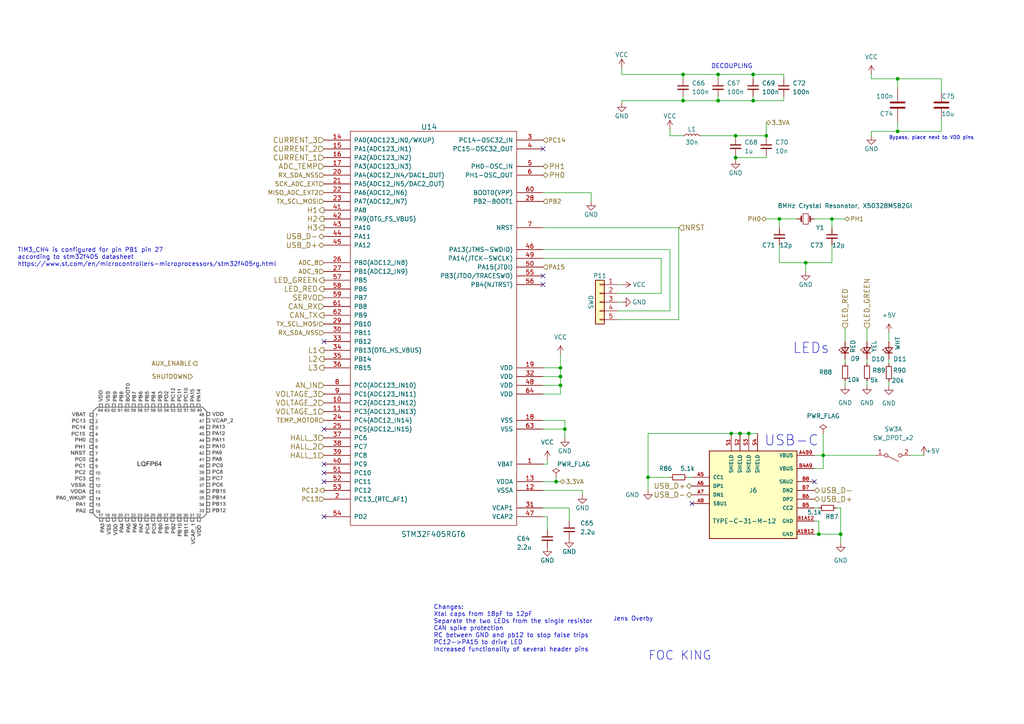
<source format=kicad_sch>
(kicad_sch (version 20230121) (generator eeschema)
  (paper "A4")
  (lib_symbols
    (symbol "BLDC_4-rescue:C-RESCUE-BLDC_4" (pin_numbers hide) (pin_names (offset 0.254))
      (property "Reference" "C" (at 0 2.54 0))
      (property "Value" "C-RESCUE-BLDC_4" (at 0.1524 -2.159 0))
      (symbol "C-RESCUE-BLDC_4_1_1"
        (pin passive line (at 0 5.08 270) (length 4.318) (name "~") (number "1"))
        (pin passive line (at 0 -5.08 90) (length 4.318) (name "~") (number "2"))
      )
    )
    (symbol "BLDC_4-rescue:STM32F40X_LQFP64" (pin_names (offset 1.016))
      (property "Reference" "U" (at -1.27 58.42 0))
      (property "Value" "STM32F40X_LQFP64" (at 0 -59.69 0))
      (symbol "STM32F40X_LQFP64_1_1"
        (pin power_in line (at 31.75 -39.37 180) (length 7.62) (name "VBAT") (number "1"))
        (pin bidirectional line (at -31.75 -21.59 0) (length 7.62) (name "PC2(ADC123_IN12)") (number "10"))
        (pin bidirectional line (at -31.75 -24.13 0) (length 7.62) (name "PC3(ADC123_IN13)") (number "11"))
        (pin power_in line (at 31.75 -46.99 180) (length 7.62) (name "VSSA") (number "12"))
        (pin power_in line (at 31.75 -44.45 180) (length 7.62) (name "VDDA") (number "13"))
        (pin bidirectional line (at -31.75 54.61 0) (length 7.62) (name "PA0(ADC123_IN0/WKUP)") (number "14"))
        (pin bidirectional line (at -31.75 52.07 0) (length 7.62) (name "PA1(ADC123_IN1)") (number "15"))
        (pin bidirectional line (at -31.75 49.53 0) (length 7.62) (name "PA2(ADC123_IN2)") (number "16"))
        (pin bidirectional line (at -31.75 46.99 0) (length 7.62) (name "PA3(ADC123_IN3)") (number "17"))
        (pin power_in line (at 31.75 -26.67 180) (length 7.62) (name "VSS") (number "18"))
        (pin power_in line (at 31.75 -11.43 180) (length 7.62) (name "VDD") (number "19"))
        (pin bidirectional line (at -31.75 -49.53 0) (length 7.62) (name "PC13_(RTC_AF1)") (number "2"))
        (pin bidirectional line (at -31.75 44.45 0) (length 7.62) (name "PA4(ADC12_IN4/DAC1_OUT)") (number "20"))
        (pin bidirectional line (at -31.75 41.91 0) (length 7.62) (name "PA5(ADC12_IN5/DAC2_OUT)") (number "21"))
        (pin bidirectional line (at -31.75 39.37 0) (length 7.62) (name "PA6(ADC12_IN6)") (number "22"))
        (pin bidirectional line (at -31.75 36.83 0) (length 7.62) (name "PA7(ADC12_IN7)") (number "23"))
        (pin bidirectional line (at -31.75 -26.67 0) (length 7.62) (name "PC4(ADC12_IN14)") (number "24"))
        (pin bidirectional line (at -31.75 -29.21 0) (length 7.62) (name "PC5(ADC12_IN15)") (number "25"))
        (pin bidirectional line (at -31.75 19.05 0) (length 7.62) (name "PB0(ADC12_IN8)") (number "26"))
        (pin bidirectional line (at -31.75 16.51 0) (length 7.62) (name "PB1(ADC12_IN9)") (number "27"))
        (pin bidirectional line (at 31.75 36.83 180) (length 7.62) (name "PB2-BOOT1") (number "28"))
        (pin bidirectional line (at -31.75 1.27 0) (length 7.62) (name "PB10") (number "29"))
        (pin bidirectional line (at 31.75 54.61 180) (length 7.62) (name "PC14-OSC32_IN") (number "3"))
        (pin bidirectional line (at -31.75 -1.27 0) (length 7.62) (name "PB11") (number "30"))
        (pin power_out line (at 31.75 -52.07 180) (length 7.62) (name "VCAP1") (number "31"))
        (pin power_in line (at 31.75 -13.97 180) (length 7.62) (name "VDD") (number "32"))
        (pin bidirectional line (at -31.75 -3.81 0) (length 7.62) (name "PB12") (number "33"))
        (pin bidirectional line (at -31.75 -6.35 0) (length 7.62) (name "PB13(OTG_HS_VBUS)") (number "34"))
        (pin bidirectional line (at -31.75 -8.89 0) (length 7.62) (name "PB14") (number "35"))
        (pin bidirectional line (at -31.75 -11.43 0) (length 7.62) (name "PB15") (number "36"))
        (pin bidirectional line (at -31.75 -31.75 0) (length 7.62) (name "PC6") (number "37"))
        (pin bidirectional line (at -31.75 -34.29 0) (length 7.62) (name "PC7") (number "38"))
        (pin bidirectional line (at -31.75 -36.83 0) (length 7.62) (name "PC8") (number "39"))
        (pin power_in line (at 31.75 52.07 180) (length 7.62) (name "PC15-OSC32_OUT") (number "4"))
        (pin bidirectional line (at -31.75 -39.37 0) (length 7.62) (name "PC9") (number "40"))
        (pin bidirectional line (at -31.75 34.29 0) (length 7.62) (name "PA8") (number "41"))
        (pin bidirectional line (at -31.75 31.75 0) (length 7.62) (name "PA9(OTG_FS_VBUS)") (number "42"))
        (pin bidirectional line (at -31.75 29.21 0) (length 7.62) (name "PA10") (number "43"))
        (pin bidirectional line (at -31.75 26.67 0) (length 7.62) (name "PA11") (number "44"))
        (pin bidirectional line (at -31.75 24.13 0) (length 7.62) (name "PA12") (number "45"))
        (pin bidirectional line (at 31.75 22.86 180) (length 7.62) (name "PA13(JTMS-SWDIO)") (number "46"))
        (pin power_out line (at 31.75 -54.61 180) (length 7.62) (name "VCAP2") (number "47"))
        (pin power_in line (at 31.75 -16.51 180) (length 7.62) (name "VDD") (number "48"))
        (pin bidirectional line (at 31.75 20.32 180) (length 7.62) (name "PA14(JTCK-SWCLK)") (number "49"))
        (pin bidirectional line (at 31.75 46.99 180) (length 7.62) (name "PH0-OSC_IN") (number "5"))
        (pin bidirectional line (at 31.75 17.78 180) (length 7.62) (name "PA15(JTDI)") (number "50"))
        (pin bidirectional line (at -31.75 -41.91 0) (length 7.62) (name "PC10") (number "51"))
        (pin bidirectional line (at -31.75 -44.45 0) (length 7.62) (name "PC11") (number "52"))
        (pin bidirectional line (at -31.75 -46.99 0) (length 7.62) (name "PC12") (number "53"))
        (pin bidirectional line (at -31.75 -54.61 0) (length 7.62) (name "PD2") (number "54"))
        (pin bidirectional line (at 31.75 15.24 180) (length 7.62) (name "PB3(JTDO/TRACESWO)") (number "55"))
        (pin bidirectional line (at 31.75 12.7 180) (length 7.62) (name "PB4(NJTRST)") (number "56"))
        (pin bidirectional line (at -31.75 13.97 0) (length 7.62) (name "PB5") (number "57"))
        (pin bidirectional line (at -31.75 11.43 0) (length 7.62) (name "PB6") (number "58"))
        (pin bidirectional line (at -31.75 8.89 0) (length 7.62) (name "PB7") (number "59"))
        (pin bidirectional line (at 31.75 44.45 180) (length 7.62) (name "PH1-OSC_OUT") (number "6"))
        (pin input line (at 31.75 39.37 180) (length 7.62) (name "BOOT0(VPP)") (number "60"))
        (pin bidirectional line (at -31.75 6.35 0) (length 7.62) (name "PB8") (number "61"))
        (pin bidirectional line (at -31.75 3.81 0) (length 7.62) (name "PB9") (number "62"))
        (pin power_in line (at 31.75 -29.21 180) (length 7.62) (name "VSS") (number "63"))
        (pin power_in line (at 31.75 -19.05 180) (length 7.62) (name "VDD") (number "64"))
        (pin bidirectional line (at 31.75 29.21 180) (length 7.62) (name "NRST") (number "7"))
        (pin bidirectional line (at -31.75 -16.51 0) (length 7.62) (name "PC0(ADC123_IN10)") (number "8"))
        (pin bidirectional line (at -31.75 -19.05 0) (length 7.62) (name "PC1(ADC123_IN11)") (number "9"))
      )
    )
    (symbol "CCC_ESC_Custom_Symbols:STM32F401CCU6_Balckpill"
      (property "Reference" "U" (at -3.81 5.08 0))
      (property "Value" "STM32F401CCU6_Balckpill" (at 13.97 5.08 0))
      (symbol "STM32F401CCU6_Balckpill_1_1"
        (pin bidirectional line (at 25.4 -50.8 180) (length 2.54) (name "VBAT") (number "1"))
        (pin bidirectional line (at 25.4 -27.94 180) (length 2.54) (name "PA4") (number "10"))
        (pin bidirectional line (at 25.4 -25.4 180) (length 2.54) (name "PA5") (number "11"))
        (pin bidirectional line (at 25.4 -22.86 180) (length 2.54) (name "PA6") (number "12"))
        (pin bidirectional line (at 25.4 -20.32 180) (length 2.54) (name "PA7") (number "13"))
        (pin bidirectional line (at 25.4 -17.78 180) (length 2.54) (name "PB0") (number "14"))
        (pin bidirectional line (at 25.4 -15.24 180) (length 2.54) (name "PB1") (number "15"))
        (pin bidirectional line (at 25.4 -12.7 180) (length 2.54) (name "PB2") (number "16"))
        (pin bidirectional line (at 25.4 -10.16 180) (length 2.54) (name "PB10") (number "17"))
        (pin bidirectional line (at 25.4 -7.62 180) (length 2.54) (name "3V3") (number "18"))
        (pin bidirectional line (at 25.4 -5.08 180) (length 2.54) (name "GND") (number "19"))
        (pin bidirectional line (at 25.4 -48.26 180) (length 2.54) (name "PC13") (number "2"))
        (pin bidirectional line (at 25.4 -2.54 180) (length 2.54) (name "5V") (number "20"))
        (pin bidirectional line (at -2.54 -2.54 0) (length 2.54) (name "PB12") (number "21"))
        (pin bidirectional line (at -2.54 -5.08 0) (length 2.54) (name "PB13") (number "22"))
        (pin bidirectional line (at -2.54 -7.62 0) (length 2.54) (name "PB14") (number "23"))
        (pin bidirectional line (at -2.54 -10.16 0) (length 2.54) (name "PB15") (number "24"))
        (pin bidirectional line (at -2.54 -12.7 0) (length 2.54) (name "PA8") (number "25"))
        (pin bidirectional line (at -2.54 -15.24 0) (length 2.54) (name "PA9") (number "26"))
        (pin bidirectional line (at -2.54 -17.78 0) (length 2.54) (name "PA10") (number "27"))
        (pin bidirectional line (at -2.54 -20.32 0) (length 2.54) (name "PA11") (number "28"))
        (pin bidirectional line (at -2.54 -22.86 0) (length 2.54) (name "PA12") (number "29"))
        (pin bidirectional line (at 25.4 -45.72 180) (length 2.54) (name "PC14") (number "3"))
        (pin bidirectional line (at -2.54 -25.4 0) (length 2.54) (name "PA15") (number "30"))
        (pin bidirectional line (at -2.54 -27.94 0) (length 2.54) (name "PB3") (number "31"))
        (pin bidirectional line (at -2.54 -30.48 0) (length 2.54) (name "PB4") (number "32"))
        (pin bidirectional line (at -2.54 -33.02 0) (length 2.54) (name "PB5") (number "33"))
        (pin bidirectional line (at -2.54 -35.56 0) (length 2.54) (name "PB6") (number "34"))
        (pin bidirectional line (at -2.54 -38.1 0) (length 2.54) (name "PB7") (number "35"))
        (pin bidirectional line (at -2.54 -40.64 0) (length 2.54) (name "PB8") (number "36"))
        (pin bidirectional line (at -2.54 -43.18 0) (length 2.54) (name "PB9") (number "37"))
        (pin bidirectional line (at -2.54 -45.72 0) (length 2.54) (name "5V") (number "38"))
        (pin bidirectional line (at -2.54 -48.26 0) (length 2.54) (name "GND") (number "39"))
        (pin bidirectional line (at 25.4 -43.18 180) (length 2.54) (name "PC15") (number "4"))
        (pin bidirectional line (at -2.54 -50.8 0) (length 2.54) (name "3V3") (number "40"))
        (pin bidirectional line (at 25.4 -40.64 180) (length 2.54) (name "NRST") (number "5"))
        (pin bidirectional line (at 25.4 -38.1 180) (length 2.54) (name "PA0") (number "6"))
        (pin bidirectional line (at 25.4 -35.56 180) (length 2.54) (name "PA1") (number "7"))
        (pin bidirectional line (at 25.4 -33.02 180) (length 2.54) (name "PA2") (number "8"))
        (pin bidirectional line (at 25.4 -30.48 180) (length 2.54) (name "PA3") (number "9"))
      )
    )
    (symbol "Connector_Generic:Conn_01x04" (pin_names (offset 1.016) hide)
      (property "Reference" "J" (at 0 5.08 0))
      (property "Value" "Conn_01x04" (at 0 -7.62 0))
      (symbol "Conn_01x04_1_1"
        (pin passive line (at -5.08 2.54 0) (length 3.81) (name "Pin_1") (number "1"))
        (pin passive line (at -5.08 0 0) (length 3.81) (name "Pin_2") (number "2"))
        (pin passive line (at -5.08 -2.54 0) (length 3.81) (name "Pin_3") (number "3"))
        (pin passive line (at -5.08 -5.08 0) (length 3.81) (name "Pin_4") (number "4"))
      )
    )
    (symbol "Connector_Generic:Conn_01x05" (pin_names (offset 1.016) hide)
      (property "Reference" "J" (at 0 7.62 0))
      (property "Value" "Conn_01x05" (at 0 -7.62 0))
      (symbol "Conn_01x05_1_1"
        (pin passive line (at -5.08 5.08 0) (length 3.81) (name "Pin_1") (number "1"))
        (pin passive line (at -5.08 2.54 0) (length 3.81) (name "Pin_2") (number "2"))
        (pin passive line (at -5.08 0 0) (length 3.81) (name "Pin_3") (number "3"))
        (pin passive line (at -5.08 -2.54 0) (length 3.81) (name "Pin_4") (number "4"))
        (pin passive line (at -5.08 -5.08 0) (length 3.81) (name "Pin_5") (number "5"))
      )
    )
    (symbol "Device:C" (pin_numbers hide) (pin_names (offset 0.254))
      (property "Reference" "C" (at 0.635 2.54 0))
      (property "Value" "C" (at 0.635 -2.54 0))
      (symbol "C_1_1"
        (pin passive line (at 0 3.81 270) (length 2.794) (name "~") (number "1"))
        (pin passive line (at 0 -3.81 90) (length 2.794) (name "~") (number "2"))
      )
    )
    (symbol "Device:C_Small" (pin_numbers hide) (pin_names (offset 0.254) hide)
      (property "Reference" "C" (at 0.254 1.778 0))
      (property "Value" "C_Small" (at 0.254 -2.032 0))
      (symbol "C_Small_1_1"
        (pin passive line (at 0 2.54 270) (length 2.032) (name "~") (number "1"))
        (pin passive line (at 0 -2.54 90) (length 2.032) (name "~") (number "2"))
      )
    )
    (symbol "Device:Crystal_Small" (pin_numbers hide) (pin_names (offset 1.016) hide)
      (property "Reference" "Y" (at 0 2.54 0))
      (property "Value" "Crystal_Small" (at 0 -2.54 0))
      (symbol "Crystal_Small_1_1"
        (pin passive line (at -2.54 0 0) (length 1.27) (name "1") (number "1"))
        (pin passive line (at 2.54 0 180) (length 1.27) (name "2") (number "2"))
      )
    )
    (symbol "Device:LED_Small" (pin_numbers hide) (pin_names (offset 0.254) hide)
      (property "Reference" "D" (at -1.27 3.175 0))
      (property "Value" "LED_Small" (at -4.445 -2.54 0))
      (symbol "LED_Small_1_1"
        (pin passive line (at -2.54 0 0) (length 1.778) (name "K") (number "1"))
        (pin passive line (at 2.54 0 180) (length 1.778) (name "A") (number "2"))
      )
    )
    (symbol "Device:L_Small" (pin_numbers hide) (pin_names (offset 0.254) hide)
      (property "Reference" "L" (at 0.762 1.016 0))
      (property "Value" "L_Small" (at 0.762 -1.016 0))
      (symbol "L_Small_1_1"
        (pin passive line (at 0 2.54 270) (length 0.508) (name "~") (number "1"))
        (pin passive line (at 0 -2.54 90) (length 0.508) (name "~") (number "2"))
      )
    )
    (symbol "Device:R_Small" (pin_numbers hide) (pin_names (offset 0.254) hide)
      (property "Reference" "R" (at 0.762 0.508 0))
      (property "Value" "R_Small" (at 0.762 -1.016 0))
      (symbol "R_Small_1_1"
        (pin passive line (at 0 2.54 270) (length 0.762) (name "~") (number "1"))
        (pin passive line (at 0 -2.54 90) (length 0.762) (name "~") (number "2"))
      )
    )
    (symbol "Switch:SW_DPST_x2" (pin_names (offset 0) hide)
      (property "Reference" "SW" (at 0 3.175 0))
      (property "Value" "SW_DPST_x2" (at 0 -2.54 0))
      (symbol "SW_DPST_x2_1_1"
        (pin passive line (at -5.08 0 0) (length 2.54) (name "A") (number "1"))
        (pin passive line (at 5.08 0 180) (length 2.54) (name "B") (number "2"))
      )
      (symbol "SW_DPST_x2_2_1"
        (pin passive line (at -5.08 0 0) (length 2.54) (name "A") (number "3"))
        (pin passive line (at 5.08 0 180) (length 2.54) (name "B") (number "4"))
      )
    )
    (symbol "TYPE-C-31-M-12:TYPE-C-31-M-12" (pin_names (offset 1.016))
      (property "Reference" "J" (at -12.7 13.462 0))
      (property "Value" "TYPE-C-31-M-12" (at -10.16 -8.89 0))
      (symbol "TYPE-C-31-M-12_0_0"
        (pin power_in line (at 17.78 -11.43 180) (length 5.08) (name "GND") (number "A1B12"))
        (pin power_in line (at 17.78 11.43 180) (length 5.08) (name "VBUS") (number "A4B9"))
        (pin bidirectional line (at -17.78 5.08 0) (length 5.08) (name "CC1") (number "A5"))
        (pin bidirectional line (at -17.78 2.54 0) (length 5.08) (name "DP1") (number "A6"))
        (pin bidirectional line (at -17.78 0 0) (length 5.08) (name "DN1") (number "A7"))
        (pin bidirectional line (at -17.78 -2.54 0) (length 5.08) (name "SBU1") (number "A8"))
        (pin power_in line (at 17.78 -7.62 180) (length 5.08) (name "GND") (number "B1A12"))
        (pin power_in line (at 17.78 7.62 180) (length 5.08) (name "VBUS") (number "B4A9"))
        (pin bidirectional line (at 17.78 -3.81 180) (length 5.08) (name "CC2") (number "B5"))
        (pin bidirectional line (at 17.78 -1.27 180) (length 5.08) (name "DP2") (number "B6"))
        (pin bidirectional line (at 17.78 1.27 180) (length 5.08) (name "DN2") (number "B7"))
        (pin bidirectional line (at 17.78 3.81 180) (length 5.08) (name "SBU2") (number "B8"))
        (pin passive line (at -6.35 17.78 270) (length 5.08) (name "SHIELD") (number "S1"))
        (pin passive line (at -3.81 17.78 270) (length 5.08) (name "SHIELD") (number "S2"))
        (pin passive line (at -1.27 17.78 270) (length 5.08) (name "SHIELD") (number "S3"))
        (pin passive line (at 1.27 17.78 270) (length 5.08) (name "SHIELD") (number "S4"))
      )
    )
    (symbol "power:+5V" (power) (pin_names (offset 0))
      (property "Value" "+5V" (at 0 3.556 0))
      (symbol "+5V_1_1"
        (pin power_in line (at 0 0 90) (length 0) hide (name "+5V") (number "1"))
      )
    )
    (symbol "power:GND" (power) (pin_names (offset 0))
      (property "Value" "GND" (at 0 -3.81 0))
      (symbol "GND_1_1"
        (pin power_in line (at 0 0 270) (length 0) hide (name "GND") (number "1"))
      )
    )
    (symbol "power:PWR_FLAG" (power) (pin_numbers hide) (pin_names (offset 0) hide)
      (property "Value" "PWR_FLAG" (at 0 3.81 0))
      (symbol "PWR_FLAG_0_0"
        (pin power_out line (at 0 0 90) (length 0) (name "pwr") (number "1"))
      )
    )
    (symbol "power:VCC" (power) (pin_names (offset 0))
      (property "Value" "VCC" (at 0 3.81 0))
      (symbol "VCC_1_1"
        (pin power_in line (at 0 0 90) (length 0) hide (name "VCC") (number "1"))
      )
    )
  )
  (junction (at 238.76 132.08))
  (junction (at 226.06 63.5))
  (junction (at 208.28 21.59))
  (junction (at 260.35 38.1))
  (junction (at 161.29 139.7))
  (junction (at 241.3 63.5))
  (junction (at 162.56 109.22))
  (junction (at 214.63 125.73))
  (junction (at 162.56 111.76))
  (junction (at 233.68 76.2))
  (junction (at 260.35 22.86))
  (junction (at 198.12 21.59))
  (junction (at 208.28 29.21))
  (junction (at -17.78 105.41))
  (junction (at 222.25 39.37))
  (junction (at 243.84 154.94))
  (junction (at 237.49 154.94))
  (junction (at 213.36 45.72))
  (junction (at 163.83 124.46))
  (junction (at 213.36 39.37))
  (junction (at 212.09 125.73))
  (junction (at 218.44 21.59))
  (junction (at 198.12 29.21))
  (junction (at 218.44 29.21))
  (junction (at 217.17 125.73))
  (junction (at 187.96 138.43))
  (junction (at -17.78 88.9))
  (junction (at 162.56 106.68))
  (no_connect (at -82.55 181.61))
  (no_connect (at 157.48 43.18))
  (no_connect (at 93.98 139.7))
  (no_connect (at 200.66 146.05))
  (no_connect (at 157.48 82.55))
  (no_connect (at 236.22 139.7))
  (no_connect (at 93.98 134.62))
  (no_connect (at 93.98 149.86))
  (no_connect (at -82.55 143.51))
  (no_connect (at 93.98 124.46))
  (no_connect (at 93.98 99.06))
  (no_connect (at 93.98 137.16))
  (no_connect (at -82.55 222.25))
  (no_connect (at 157.48 80.01))
  (wire (pts (xy -63.5 143.51) (xy -63.5 147.32)))
  (wire (pts (xy -29.21 88.9) (xy -17.78 88.9)))
  (wire (pts (xy -82.55 133.35) (xy -63.5 133.35)))
  (wire (pts (xy 252.73 22.86) (xy 260.35 22.86)))
  (wire (pts (xy 194.31 72.39) (xy 194.31 90.17)))
  (wire (pts (xy -82.55 102.87) (xy -29.21 102.87)))
  (wire (pts (xy -17.78 95.25) (xy -17.78 88.9)))
  (wire (pts (xy -119.38 217.17) (xy -119.38 219.71)))
  (wire (pts (xy 273.05 22.86) (xy 273.05 26.67)))
  (wire (pts (xy 157.48 74.93) (xy 191.77 74.93)))
  (wire (pts (xy 157.48 106.68) (xy 162.56 106.68)))
  (wire (pts (xy 158.75 134.62) (xy 158.75 133.35)))
  (wire (pts (xy 208.28 29.21) (xy 218.44 29.21)))
  (wire (pts (xy -43.18 118.11) (xy -43.18 120.65)))
  (wire (pts (xy 198.12 29.21) (xy 208.28 29.21)))
  (wire (pts (xy 245.11 95.25) (xy 245.11 99.06)))
  (wire (pts (xy 198.12 21.59) (xy 198.12 22.86)))
  (wire (pts (xy 213.36 46.355) (xy 213.36 45.72)))
  (wire (pts (xy 180.34 29.845) (xy 180.34 29.21)))
  (wire (pts (xy 161.29 138.43) (xy 161.29 139.7)))
  (wire (pts (xy 237.49 151.13) (xy 237.49 154.94)))
  (wire (pts (xy 208.28 21.59) (xy 218.44 21.59)))
  (wire (pts (xy 194.31 39.37) (xy 198.12 39.37)))
  (wire (pts (xy 222.25 63.5) (xy 226.06 63.5)))
  (wire (pts (xy 213.36 40.005) (xy 213.36 39.37)))
  (wire (pts (xy 218.44 27.94) (xy 218.44 29.21)))
  (wire (pts (xy -111.76 223.52) (xy -111.76 222.25)))
  (wire (pts (xy 198.12 21.59) (xy 208.28 21.59)))
  (wire (pts (xy 163.83 121.92) (xy 163.83 124.46)))
  (wire (pts (xy 187.96 138.43) (xy 194.31 138.43)))
  (wire (pts (xy 243.84 154.94) (xy 243.84 157.48)))
  (wire (pts (xy 241.3 71.12) (xy 241.3 76.2)))
  (wire (pts (xy 227.33 21.59) (xy 227.33 22.86)))
  (wire (pts (xy 180.34 82.55) (xy 179.07 82.55)))
  (wire (pts (xy 236.22 132.08) (xy 238.76 132.08)))
  (wire (pts (xy 241.3 63.5) (xy 241.3 66.04)))
  (wire (pts (xy 273.05 34.29) (xy 273.05 38.1)))
  (wire (pts (xy 162.56 111.76) (xy 157.48 111.76)))
  (wire (pts (xy -43.18 107.95) (xy -82.55 107.95)))
  (wire (pts (xy 162.56 139.7) (xy 161.29 139.7)))
  (wire (pts (xy 242.57 147.32) (xy 243.84 147.32)))
  (wire (pts (xy 171.45 58.42) (xy 171.45 55.88)))
  (wire (pts (xy 243.84 147.32) (xy 243.84 154.94)))
  (wire (pts (xy 162.56 109.22) (xy 162.56 111.76)))
  (wire (pts (xy -82.55 173.99) (xy -77.47 173.99)))
  (wire (pts (xy 203.2 39.37) (xy 213.36 39.37)))
  (wire (pts (xy -82.55 100.33) (xy -77.47 100.33)))
  (wire (pts (xy -17.78 105.41) (xy -8.89 105.41)))
  (wire (pts (xy 165.1 151.13) (xy 165.1 147.32)))
  (wire (pts (xy 218.44 21.59) (xy 218.44 22.86)))
  (wire (pts (xy -43.18 107.95) (xy -43.18 110.49)))
  (wire (pts (xy 157.48 121.92) (xy 163.83 121.92)))
  (wire (pts (xy 157.48 134.62) (xy 158.75 134.62)))
  (wire (pts (xy -35.56 69.85) (xy -33.02 69.85)))
  (wire (pts (xy -115.57 140.97) (xy -115.57 142.24)))
  (wire (pts (xy 179.07 92.71) (xy 196.85 92.71)))
  (wire (pts (xy 162.56 102.87) (xy 162.56 106.68)))
  (wire (pts (xy -17.78 100.33) (xy -17.78 105.41)))
  (wire (pts (xy 227.33 29.21) (xy 227.33 27.94)))
  (wire (pts (xy 245.11 104.14) (xy 245.11 105.41)))
  (wire (pts (xy -115.57 219.71) (xy -115.57 220.98)))
  (wire (pts (xy 157.48 124.46) (xy 163.83 124.46)))
  (wire (pts (xy -111.76 144.78) (xy -111.76 143.51)))
  (wire (pts (xy 218.44 29.21) (xy 227.33 29.21)))
  (wire (pts (xy 213.36 45.72) (xy 213.36 45.085)))
  (wire (pts (xy 217.17 125.73) (xy 219.71 125.73)))
  (wire (pts (xy 168.91 142.24) (xy 157.48 142.24)))
  (wire (pts (xy 213.36 45.72) (xy 222.25 45.72)))
  (wire (pts (xy 251.46 95.25) (xy 251.46 99.06)))
  (wire (pts (xy 212.09 125.73) (xy 214.63 125.73)))
  (wire (pts (xy 161.29 139.7) (xy 157.48 139.7)))
  (wire (pts (xy -119.38 138.43) (xy -119.38 140.97)))
  (wire (pts (xy 236.22 63.5) (xy 241.3 63.5)))
  (wire (pts (xy 233.68 76.2) (xy 233.68 78.74)))
  (wire (pts (xy 245.11 110.49) (xy 245.11 111.76)))
  (wire (pts (xy 158.75 149.86) (xy 158.75 153.67)))
  (wire (pts (xy -35.56 67.31) (xy -33.02 67.31)))
  (wire (pts (xy -35.56 64.77) (xy -33.02 64.77)))
  (wire (pts (xy 222.25 45.72) (xy 222.25 45.085)))
  (wire (pts (xy 180.34 87.63) (xy 179.07 87.63)))
  (wire (pts (xy 157.48 149.86) (xy 158.75 149.86)))
  (wire (pts (xy 252.73 38.1) (xy 260.35 38.1)))
  (wire (pts (xy 191.77 74.93) (xy 191.77 85.09)))
  (wire (pts (xy 257.81 110.617) (xy 257.81 111.887)))
  (wire (pts (xy 257.81 96.52) (xy 257.81 99.06)))
  (wire (pts (xy 162.56 114.3) (xy 157.48 114.3)))
  (wire (pts (xy 180.34 29.21) (xy 198.12 29.21)))
  (wire (pts (xy 260.35 22.86) (xy 260.35 25.4)))
  (wire (pts (xy 238.76 125.73) (xy 238.76 132.08)))
  (wire (pts (xy -82.55 179.07) (xy -77.47 179.07)))
  (wire (pts (xy 251.46 104.14) (xy 251.46 105.41)))
  (wire (pts (xy 222.25 35.56) (xy 222.25 39.37)))
  (wire (pts (xy 243.84 154.94) (xy 237.49 154.94)))
  (wire (pts (xy 222.25 40.005) (xy 222.25 39.37)))
  (wire (pts (xy 252.73 39.37) (xy 252.73 38.1)))
  (wire (pts (xy -82.55 176.53) (xy -59.69 176.53)))
  (wire (pts (xy -17.78 88.9) (xy -17.78 72.39)))
  (wire (pts (xy -111.76 143.51) (xy -110.49 143.51)))
  (wire (pts (xy -29.21 102.87) (xy -29.21 88.9)))
  (wire (pts (xy 194.31 37.465) (xy 194.31 39.37)))
  (wire (pts (xy 180.34 19.685) (xy 180.34 21.59)))
  (wire (pts (xy 236.22 154.94) (xy 237.49 154.94)))
  (wire (pts (xy 226.06 76.2) (xy 233.68 76.2)))
  (wire (pts (xy 257.81 104.14) (xy 257.81 105.537)))
  (wire (pts (xy 200.66 138.43) (xy 199.39 138.43)))
  (wire (pts (xy 251.46 110.49) (xy 251.46 111.76)))
  (wire (pts (xy 233.68 76.2) (xy 241.3 76.2)))
  (wire (pts (xy 157.48 55.88) (xy 171.45 55.88)))
  (wire (pts (xy 238.76 132.08) (xy 238.76 135.89)))
  (wire (pts (xy 196.85 66.04) (xy 196.85 92.71)))
  (wire (pts (xy 260.35 38.1) (xy 273.05 38.1)))
  (wire (pts (xy 260.35 35.56) (xy 260.35 38.1)))
  (wire (pts (xy 187.96 125.73) (xy 187.96 138.43)))
  (wire (pts (xy 187.96 142.24) (xy 187.96 138.43)))
  (wire (pts (xy 222.25 39.37) (xy 213.36 39.37)))
  (wire (pts (xy 208.28 27.94) (xy 208.28 29.21)))
  (wire (pts (xy 236.22 151.13) (xy 237.49 151.13)))
  (wire (pts (xy 226.06 63.5) (xy 231.14 63.5)))
  (wire (pts (xy -111.76 222.25) (xy -110.49 222.25)))
  (wire (pts (xy -110.49 219.71) (xy -115.57 219.71)))
  (wire (pts (xy -82.55 95.25) (xy -77.47 95.25)))
  (wire (pts (xy 212.09 125.73) (xy 187.96 125.73)))
  (wire (pts (xy 241.3 63.5) (xy 245.11 63.5)))
  (wire (pts (xy 264.16 132.08) (xy 267.97 132.08)))
  (wire (pts (xy 162.56 111.76) (xy 162.56 114.3)))
  (wire (pts (xy -119.38 217.17) (xy -110.49 217.17)))
  (wire (pts (xy -82.55 105.41) (xy -17.78 105.41)))
  (wire (pts (xy 162.56 109.22) (xy 157.48 109.22)))
  (wire (pts (xy 180.34 21.59) (xy 198.12 21.59)))
  (wire (pts (xy 260.35 22.86) (xy 273.05 22.86)))
  (wire (pts (xy -82.55 97.79) (xy -59.69 97.79)))
  (wire (pts (xy 238.76 132.08) (xy 254 132.08)))
  (wire (pts (xy 191.77 85.09) (xy 179.07 85.09)))
  (wire (pts (xy 157.48 66.04) (xy 196.85 66.04)))
  (wire (pts (xy -17.78 120.65) (xy -17.78 119.38)))
  (wire (pts (xy 198.12 27.94) (xy 198.12 29.21)))
  (wire (pts (xy 218.44 21.59) (xy 227.33 21.59)))
  (wire (pts (xy 163.83 124.46) (xy 163.83 127)))
  (wire (pts (xy 252.73 21.59) (xy 252.73 22.86)))
  (wire (pts (xy 226.06 71.12) (xy 226.06 76.2)))
  (wire (pts (xy -17.78 105.41) (xy -17.78 111.76)))
  (wire (pts (xy 238.76 135.89) (xy 236.22 135.89)))
  (wire (pts (xy -63.5 133.35) (xy -63.5 135.89)))
  (wire (pts (xy 226.06 63.5) (xy 226.06 66.04)))
  (wire (pts (xy 157.48 72.39) (xy 194.31 72.39)))
  (wire (pts (xy 165.1 147.32) (xy 157.48 147.32)))
  (wire (pts (xy 214.63 125.73) (xy 217.17 125.73)))
  (wire (pts (xy 236.22 147.32) (xy 237.49 147.32)))
  (wire (pts (xy -35.56 72.39) (xy -17.78 72.39)))
  (wire (pts (xy 208.28 21.59) (xy 208.28 22.86)))
  (wire (pts (xy 194.31 90.17) (xy 179.07 90.17)))
  (wire (pts (xy -110.49 140.97) (xy -115.57 140.97)))
  (wire (pts (xy 168.91 143.51) (xy 168.91 142.24)))
  (wire (pts (xy -119.38 138.43) (xy -110.49 138.43)))
  (wire (pts (xy 162.56 106.68) (xy 162.56 109.22)))
  (image (at 41.91 134.62))
  (text "Input impedance 470R on every (CONN) pin makes\nit much more resilient to ESD, cross wiring, \nGPIO-GND/3V3 etc\n" (at -176.53 151.13 0) (effects (font (size 1.27 1.27)) (justify left bottom)))
  (text "Phase sensing" (at -64.77 111.76 0) (effects (font (size 1.27 1.27)) (justify left bottom)))
  (text "TIM3_CH4 is configured for pin PB1 pin 27\naccording to stm32f405 datasheet\nhttps://www.st.com/en/microcontrollers-microprocessors/stm32f405rg.html\n" (at 5.08 77.47 0) (effects (font (size 1.27 1.27)) (justify left bottom)))
  (text "DECOUPLING" (at 206.248 20.066 0) (effects (font (size 1.27 1.27)) (justify left bottom)))
  (text "Changes: \nXtal caps from 18pF to 12pF\nSeparate the two LEDs from the single resistor\nCAN spike protection\nRC between GND and pb12 to stop false trips\nPC12->PA15 to drive LED\nIncreased functionality of several header pins\n" (at 125.73 189.23 0) (effects (font (size 1.27 1.27)) (justify left bottom)))
  (text "LEDs\n" (at 229.87 102.87 0) (effects (font (size 2.9972 2.9972)) (justify left bottom)))
  (text "Jens Overby" (at 177.8 180.34 0) (effects (font (size 1.27 1.27)) (justify left bottom)))
  (text "not Bluepill / \nGD32F303 / \nArtery AT403pill\n" (at -53.34 135.89 0) (effects (font (size 1.27 1.27)) (justify left bottom)))
  (text "Likely use case: \nPWM Throttle\nEncoder on SPI, SSI \nor Incremental Peripherals\nGPIO" (at -182.88 125.73 0) (effects (font (size 1.27 1.27)) (justify left bottom)))
  (text "MISO and MOSI are useful to have \na link in case of one wire SSI\nDNP if full duplex required\n(Connect PB4, PB5 with 2k2 resistor)" (at -182.88 110.49 0) (effects (font (size 1.27 1.27)) (justify left bottom)))
  (text "Reserved PWM\n" (at -134.62 104.14 0) (effects (font (size 1.27 1.27)) (justify left bottom)))
  (text "Likely use case: \nPWM Throttle\nIncremental Encoder \nScreen Comms\nPeripherals\nGPIO" (at -182.88 139.7 0) (effects (font (size 1.27 1.27)) (justify left bottom)))
  (text "Reserved for USB \nDO NOT CONNECT" (at -142.24 115.57 0) (effects (font (size 1.27 1.27)) (justify left bottom)))
  (text "FOC KING" (at 187.96 191.77 0) (effects (font (size 2.54 2.54)) (justify left bottom)))
  (text "Phase sensing" (at -64.77 118.11 0) (effects (font (size 1.27 1.27)) (justify left bottom)))
  (text "USB-C\n" (at 221.615 129.667 0) (effects (font (size 2.9972 2.9972)) (justify left bottom)))
  (text "Bypass, place next to VDD pins" (at 257.81 40.64 0) (effects (font (size 1.016 1.016)) (justify left bottom)))
  (hierarchical_label "VOLTAGE_2" (shape input) (at -82.55 194.31 0) (effects (font (size 1.524 1.524))))
  (hierarchical_label "CURRENT_3" (shape input) (at -82.55 125.73 0) (effects (font (size 1.524 1.524))))
  (hierarchical_label "ADC_8" (shape input) (at 93.98 76.2 180))
  (hierarchical_label "RX_SDA_NSS" (shape input) (at 93.98 96.52 180))
  (hierarchical_label "USB_D+" (shape bidirectional) (at 200.66 140.97 180) (effects (font (size 1.524 1.524))))
  (hierarchical_label "H3" (shape output) (at -110.49 102.87 180) (effects (font (size 1.524 1.524))))
  (hierarchical_label "PC12" (shape output) (at -110.49 173.99 180))
  (hierarchical_label "NRST" (shape input) (at 196.85 66.04 0) (effects (font (size 1.5 1.5))))
  (hierarchical_label "HALL_2" (shape input) (at -82.55 138.43 0) (effects (font (size 1.524 1.524))))
  (hierarchical_label "NRST" (shape input) (at -63.5 133.35 0) (effects (font (size 1.5 1.5))))
  (hierarchical_label "CAN_RX" (shape input) (at -110.49 212.09 180) (effects (font (size 1.524 1.524))))
  (hierarchical_label "MISO_ADC_EXT2" (shape input) (at -110.49 194.31 180))
  (hierarchical_label "LED_RED" (shape output) (at -110.49 207.01 180) (effects (font (size 1.524 1.524))))
  (hierarchical_label "CURRENT_2" (shape input) (at 93.98 43.18 180) (effects (font (size 1.524 1.524))))
  (hierarchical_label "H1" (shape output) (at 93.98 60.96 180) (effects (font (size 1.524 1.524))))
  (hierarchical_label "TEMP_MOTOR" (shape input) (at 93.98 121.92 180))
  (hierarchical_label "H1" (shape output) (at -110.49 176.53 180) (effects (font (size 1.524 1.524))))
  (hierarchical_label "PC14" (shape input) (at 157.48 40.64 0))
  (hierarchical_label "SERVO" (shape input) (at 93.98 86.36 180) (effects (font (size 1.524 1.524))))
  (hierarchical_label "ADC_9" (shape input) (at -110.49 123.19 180))
  (hierarchical_label "VOLTAGE_3" (shape input) (at -82.55 196.85 0) (effects (font (size 1.524 1.524))))
  (hierarchical_label "TX_SCL_MOSI" (shape input) (at -110.49 113.03 180))
  (hierarchical_label "CAN_RX" (shape input) (at 93.98 88.9 180) (effects (font (size 1.524 1.524))))
  (hierarchical_label "PC13" (shape input) (at -82.55 130.81 0))
  (hierarchical_label "PB2" (shape input) (at 157.48 58.42 0))
  (hierarchical_label "PC14" (shape input) (at -82.55 207.01 0))
  (hierarchical_label "HALL_1" (shape input) (at -82.55 140.97 0) (effects (font (size 1.524 1.524))))
  (hierarchical_label "CAN_TX" (shape output) (at -110.49 214.63 180) (effects (font (size 1.524 1.524))))
  (hierarchical_label "L3" (shape output) (at -110.49 189.23 180) (effects (font (size 1.524 1.524))))
  (hierarchical_label "L1" (shape output) (at -110.49 105.41 180) (effects (font (size 1.524 1.524))))
  (hierarchical_label "ADC_TEMP" (shape input) (at -82.55 186.69 0) (effects (font (size 1.524 1.524))))
  (hierarchical_label "VOLTAGE_3" (shape input) (at 93.98 114.3 180) (effects (font (size 1.524 1.524))))
  (hierarchical_label "HALL_3" (shape input) (at -82.55 135.89 0) (effects (font (size 1.524 1.524))))
  (hierarchical_label "SCK_ADC_EXT" (shape input) (at -110.49 118.11 180))
  (hierarchical_label "CURRENT_3" (shape input) (at -82.55 204.47 0) (effects (font (size 1.524 1.524))))
  (hierarchical_label "L1" (shape output) (at -110.49 184.15 180) (effects (font (size 1.524 1.524))))
  (hierarchical_label "PC13" (shape input) (at -82.55 209.55 0))
  (hierarchical_label "CURRENT_1" (shape input) (at 93.98 45.72 180) (effects (font (size 1.524 1.524))))
  (hierarchical_label "VOLTAGE_1" (shape input) (at 93.98 119.38 180) (effects (font (size 1.524 1.524))))
  (hierarchical_label "L2" (shape output) (at 93.98 104.14 180) (effects (font (size 1.524 1.524))))
  (hierarchical_label "TX_SCL_MOSI" (shape input) (at 93.98 58.42 180))
  (hierarchical_label "PC12" (shape output) (at -110.49 95.25 180))
  (hierarchical_label "HALL_3" (shape input) (at 93.98 127 180) (effects (font (size 1.524 1.524))))
  (hierarchical_label "MISO_ADC_EXT2" (shape input) (at 93.98 55.88 180))
  (hierarchical_label "TEMP_MOTOR" (shape input) (at -110.49 130.81 180))
  (hierarchical_label "PH1" (shape bidirectional) (at 245.11 63.5 0))
  (hierarchical_label "RX_SDA_NSS" (shape input) (at 93.98 50.8 180))
  (hierarchical_label "VOLTAGE_1" (shape input) (at -82.55 113.03 0) (effects (font (size 1.524 1.524))))
  (hierarchical_label "LED_RED" (shape input) (at 245.11 95.25 90) (effects (font (size 1.524 1.524))))
  (hierarchical_label "VOLTAGE_3" (shape input) (at -82.55 118.11 0) (effects (font (size 1.524 1.524))))
  (hierarchical_label "SCK_ADC_EXT" (shape input) (at 93.98 53.34 180))
  (hierarchical_label "3.3VA" (shape bidirectional) (at 222.25 35.56 0))
  (hierarchical_label "ADC_8" (shape input) (at -110.49 125.73 180))
  (hierarchical_label "HALL_1" (shape input) (at -82.55 219.71 0) (effects (font (size 1.524 1.524))))
  (hierarchical_label "VOLTAGE_2" (shape input) (at 93.98 116.84 180) (effects (font (size 1.524 1.524))))
  (hierarchical_label "AN_IN" (shape input) (at -82.55 110.49 0) (effects (font (size 1.524 1.524))))
  (hierarchical_label "PA15" (shape input) (at 157.48 77.47 0))
  (hierarchical_label "USB_D-" (shape bidirectional) (at 236.22 142.24 0) (effects (font (size 1.524 1.524))))
  (hierarchical_label "H2" (shape output) (at -110.49 179.07 180) (effects (font (size 1.524 1.524))))
  (hierarchical_label "ADC_8" (shape input) (at -110.49 204.47 180))
  (hierarchical_label "3.3VA" (shape bidirectional) (at 162.56 139.7 0))
  (hierarchical_label "H2" (shape output) (at -110.49 100.33 180) (effects (font (size 1.524 1.524))))
  (hierarchical_label "SCK_ADC_EXT" (shape input) (at -110.49 196.85 180))
  (hierarchical_label "HALL_2" (shape input) (at -82.55 217.17 0) (effects (font (size 1.524 1.524))))
  (hierarchical_label "RX_SDA_NSS" (shape input) (at -110.49 120.65 180))
  (hierarchical_label "PC13" (shape input) (at 93.98 144.78 180))
  (hierarchical_label "PH1" (shape bidirectional) (at 157.48 48.26 0) (effects (font (size 1.5 1.5))))
  (hierarchical_label "RX_SDA_NSS" (shape input) (at -110.49 199.39 180))
  (hierarchical_label "L3" (shape output) (at 93.98 106.68 180) (effects (font (size 1.524 1.524))))
  (hierarchical_label "L1" (shape output) (at 93.98 101.6 180) (effects (font (size 1.524 1.524))))
  (hierarchical_label "AUX_ENABLE" (shape output) (at 57.15 105.41 180))
  (hierarchical_label "L3" (shape output) (at -110.49 110.49 180) (effects (font (size 1.524 1.524))))
  (hierarchical_label "USB_D-" (shape bidirectional) (at 200.66 143.51 180) (effects (font (size 1.524 1.524))))
  (hierarchical_label "USB_D+" (shape bidirectional) (at 93.98 71.12 180) (effects (font (size 1.524 1.524))))
  (hierarchical_label "LED_GREEN" (shape output) (at 93.98 81.28 180) (effects (font (size 1.524 1.524))))
  (hierarchical_label "CURRENT_3" (shape input) (at 93.98 40.64 180) (effects (font (size 1.524 1.524))))
  (hierarchical_label "HALL_1" (shape input) (at 93.98 132.08 180) (effects (font (size 1.524 1.524))))
  (hierarchical_label "ADC_9" (shape input) (at 93.98 78.74 180))
  (hierarchical_label "CAN_RX" (shape input) (at -110.49 133.35 180) (effects (font (size 1.524 1.524))))
  (hierarchical_label "NRST" (shape input) (at -82.55 212.09 0) (effects (font (size 1.5 1.5))))
  (hierarchical_label "AN_IN" (shape input) (at 93.98 111.76 180) (effects (font (size 1.524 1.524))))
  (hierarchical_label "MISO_ADC_EXT2" (shape input) (at -110.49 115.57 180))
  (hierarchical_label "L2" (shape output) (at -110.49 107.95 180) (effects (font (size 1.524 1.524))))
  (hierarchical_label "CURRENT_2" (shape input) (at -82.55 201.93 0) (effects (font (size 1.524 1.524))))
  (hierarchical_label "PH0" (shape bidirectional) (at 222.25 63.5 180))
  (hierarchical_label "TX_SCL_MOSI" (shape input) (at 93.98 93.98 180))
  (hierarchical_label "TEMP_MOTOR" (shape input) (at -110.49 209.55 180))
  (hierarchical_label "CAN_TX" (shape output) (at 93.98 91.44 180) (effects (font (size 1.524 1.524))))
  (hierarchical_label "HALL_2" (shape input) (at 93.98 129.54 180) (effects (font (size 1.524 1.524))))
  (hierarchical_label "L2" (shape output) (at -110.49 186.69 180) (effects (font (size 1.524 1.524))))
  (hierarchical_label "SERVO" (shape input) (at -82.55 184.15 0) (effects (font (size 1.524 1.524))))
  (hierarchical_label "PC14" (shape input) (at -82.55 128.27 0))
  (hierarchical_label "LED_RED" (shape output) (at 93.98 83.82 180) (effects (font (size 1.524 1.524))))
  (hierarchical_label "CURRENT_1" (shape input) (at -82.55 120.65 0) (effects (font (size 1.524 1.524))))
  (hierarchical_label "SHUTDOWN" (shape input) (at 55.88 109.22 180))
  (hierarchical_label "ADC_9" (shape input) (at -110.49 201.93 180))
  (hierarchical_label "H2" (shape output) (at 93.98 63.5 180) (effects (font (size 1.524 1.524))))
  (hierarchical_label "TX_SCL_MOSI" (shape input) (at -110.49 191.77 180))
  (hierarchical_label "LED_GREEN" (shape input) (at 251.46 95.25 90) (effects (font (size 1.524 1.524))))
  (hierarchical_label "CURRENT_1" (shape input) (at -82.55 199.39 0) (effects (font (size 1.524 1.524))))
  (hierarchical_label "VOLTAGE_2" (shape input) (at -82.55 115.57 0) (effects (font (size 1.524 1.524))))
  (hierarchical_label "AN_IN" (shape input) (at -82.55 189.23 0) (effects (font (size 1.524 1.524))))
  (hierarchical_label "PC12" (shape output) (at 93.98 142.24 180))
  (hierarchical_label "H1" (shape output) (at -110.49 97.79 180) (effects (font (size 1.524 1.524))))
  (hierarchical_label "PH0" (shape bidirectional) (at 157.48 50.8 0) (effects (font (size 1.5 1.5))))
  (hierarchical_label "CURRENT_2" (shape input) (at -82.55 123.19 0) (effects (font (size 1.524 1.524))))
  (hierarchical_label "LED_RED" (shape output) (at -110.49 128.27 180) (effects (font (size 1.524 1.524))))
  (hierarchical_label "HALL_3" (shape input) (at -82.55 214.63 0) (effects (font (size 1.524 1.524))))
  (hierarchical_label "ADC_TEMP" (shape input) (at -43.18 107.95 0) (effects (font (size 1.524 1.524))))
  (hierarchical_label "ADC_TEMP" (shape input) (at 93.98 48.26 180) (effects (font (size 1.524 1.524))))
  (hierarchical_label "USB_D+" (shape bidirectional) (at 236.22 144.78 0) (effects (font (size 1.524 1.524))))
  (hierarchical_label "SERVO" (shape input) (at -8.89 105.41 0) (effects (font (size 1.524 1.524))))
  (hierarchical_label "VOLTAGE_1" (shape input) (at -82.55 191.77 0) (effects (font (size 1.524 1.524))))
  (hierarchical_label "H3" (shape output) (at 93.98 66.04 180) (effects (font (size 1.524 1.524))))
  (hierarchical_label "H3" (shape output) (at -110.49 181.61 180) (effects (font (size 1.524 1.524))))
  (hierarchical_label "USB_D-" (shape bidirectional) (at 93.98 68.58 180) (effects (font (size 1.524 1.524))))
  (hierarchical_label "CAN_TX" (shape output) (at -110.49 135.89 180) (effects (font (size 1.524 1.524))))
  (symbol (lib_id "power:+5V") (at -77.47 173.99 270) (unit 1)
    (property "Reference" "#PWR069" (effects hide))
    (property "Value" "+5V" (at -69.85 173.99 90) (effects (justify right)))
  )
  (symbol (lib_id "Device:C_Small") (at 218.44 25.4 0) (unit 1)
    (property "Reference" "C69" (at 220.98 24.13 0) (effects (justify left)))
    (property "Value" "100n" (at 220.98 26.67 0) (effects (justify left)))
    (property "Footprint" "Capacitor_SMD:C_0603_1608Metric" (effects hide))
    (property "LCSC" "C14663" (effects hide))
  )
  (symbol (lib_id "Connector_Generic:Conn_01x05") (at 173.99 87.63 0) (mirror y) (unit 1)
    (property "Reference" "P11" (at 173.99 80.01 0))
    (property "Value" "SWD" (at 171.45 87.63 90))
    (property "Footprint" "Connector_PinHeader_2.54mm:PinHeader_1x05_P2.54mm_Vertical" (effects hide))
  )
  (symbol (lib_id "power:GND") (at 251.46 111.76 0) (unit 1)
    (property "Reference" "#PWR096" (effects hide))
    (property "Value" "GND" (at 251.46 116.84 0))
  )
  (symbol (lib_id "Device:R_Small") (at 245.11 107.95 180) (unit 1)
    (property "Reference" "R88" (at 237.49 107.95 0) (effects (justify right)))
    (property "Value" "10k" (at 245.745 110.109 0) (effects (justify right)))
    (property "Footprint" "Resistor_SMD:R_0603_1608Metric" (effects hide))
    (property "LCSC" "C25804" (effects hide))
  )
  (symbol (lib_id "power:GND") (at 163.83 127 0) (unit 1)
    (property "Reference" "#PWR082" (effects hide))
    (property "Value" "GND" (at 163.83 130.81 0))
  )
  (symbol (lib_id "power:GND") (at 165.1 156.21 0) (unit 1)
    (property "Reference" "#PWR083" (effects hide))
    (property "Value" "GND" (at 165.1 160.02 0))
  )
  (symbol (lib_id "power:GND") (at -63.5 147.32 0) (unit 1)
    (property "Reference" "#PWR071" (effects hide))
    (property "Value" "GND" (at -66.04 149.86 90) (effects (justify left)))
  )
  (symbol (lib_id "power:GND") (at 252.73 39.37 0) (unit 1)
    (property "Reference" "#PWR098" (effects hide))
    (property "Value" "GND" (at 252.73 43.18 0))
  )
  (symbol (lib_id "power:+5V") (at 257.81 96.52 0) (unit 1)
    (property "Reference" "#PWR099" (effects hide))
    (property "Value" "+5V" (at 257.81 91.44 0))
  )
  (symbol (lib_id "power:VCC") (at 180.34 82.55 270) (unit 1)
    (property "Reference" "#PWR088" (effects hide))
    (property "Value" "VCC" (at 185.42 82.55 90))
  )
  (symbol (lib_id "power:GND") (at 158.75 158.75 0) (unit 1)
    (property "Reference" "#PWR080" (effects hide))
    (property "Value" "GND" (at 158.75 162.56 0))
  )
  (symbol (lib_id "power:GND") (at 257.81 111.887 0) (unit 1)
    (property "Reference" "#PWR0100" (effects hide))
    (property "Value" "GND" (at 257.81 116.967 0))
  )
  (symbol (lib_id "Device:C_Small") (at 198.12 25.4 0) (unit 1)
    (property "Reference" "C66" (at 200.66 24.13 0) (effects (justify left)))
    (property "Value" "100n" (at 200.66 26.67 0) (effects (justify left)))
    (property "Footprint" "Capacitor_SMD:C_0603_1608Metric" (effects hide))
    (property "LCSC" "C14663" (effects hide))
  )
  (symbol (lib_id "power:VCC") (at 158.75 133.35 0) (unit 1)
    (property "Reference" "#PWR079" (effects hide))
    (property "Value" "VCC" (at 158.75 128.27 0))
  )
  (symbol (lib_id "Device:C") (at -63.5 139.7 0) (unit 1)
    (property "Reference" "C61" (at -59.69 139.7 0) (effects (justify left)))
    (property "Value" "100n" (at -60.96 142.24 0) (effects (justify left)))
    (property "Footprint" "Capacitor_SMD:C_0603_1608Metric" (effects hide))
    (property "MFR PT" "CC0603KRX7R9BB104" (effects hide))
    (property "LCSC" "C14663" (effects hide))
  )
  (symbol (lib_id "power:GND") (at 233.68 78.74 0) (unit 1)
    (property "Reference" "#PWR093" (effects hide))
    (property "Value" "GND" (at 233.68 82.55 0))
  )
  (symbol (lib_id "Device:R_Small") (at 196.85 138.43 270) (unit 1)
    (property "Reference" "R86" (at 193.04 135.89 90))
    (property "Value" "5.1k" (at 199.39 135.89 90))
    (property "Footprint" "Resistor_SMD:R_0603_1608Metric" (effects hide))
    (property "LCSC" "C23186" (effects hide))
  )
  (symbol (lib_id "power:GND") (at -59.69 176.53 90) (unit 1)
    (property "Reference" "#PWR073" (effects hide))
    (property "Value" "GND" (at -52.07 176.53 90) (effects (justify left)))
  )
  (symbol (lib_id "power:GND") (at -43.18 120.65 0) (unit 1)
    (property "Reference" "#PWR074" (effects hide))
    (property "Value" "GND" (at -45.72 123.19 90) (effects (justify left)))
  )
  (symbol (lib_id "power:GND") (at 245.11 111.76 0) (unit 1)
    (property "Reference" "#PWR095" (effects hide))
    (property "Value" "GND" (at 245.11 116.84 0))
  )
  (symbol (lib_id "power:+5V") (at -33.02 64.77 270) (unit 1)
    (property "Reference" "#PWR075" (effects hide))
    (property "Value" "+5V" (at -27.94 64.77 90))
  )
  (symbol (lib_id "CCC_ESC_Custom_Symbols:STM32F401CCU6_Balckpill") (at -107.95 171.45 0) (unit 1)
    (property "Reference" "U13" (at -96.52 166.37 0))
    (property "Value" "STM32F401CCU6_Blackpill" (at -96.52 168.91 0))
    (property "Footprint" "Custom:Blackpill_STM32F401CEU6" (effects hide))
  )
  (symbol (lib_id "power:VCC") (at 162.56 102.87 0) (unit 1)
    (property "Reference" "#PWR081" (effects hide))
    (property "Value" "VCC" (at 162.56 97.79 0))
  )
  (symbol (lib_id "Device:R_Small") (at -17.78 97.79 0) (mirror y) (unit 1)
    (property "Reference" "R85" (at -20.32 96.52 90) (effects (justify right)))
    (property "Value" "100R" (at -15.24 95.25 90) (effects (justify right)))
    (property "Footprint" "Resistor_SMD:R_0603_1608Metric" (effects hide))
    (property "LCSC" "C22775" (effects hide))
  )
  (symbol (lib_id "power:VCC") (at -77.47 100.33 270) (unit 1)
    (property "Reference" "#PWR068" (effects hide))
    (property "Value" "VCC" (at -69.85 100.33 90) (effects (justify right)))
  )
  (symbol (lib_id "Device:Crystal_Small") (at 233.68 63.5 0) (unit 1)
    (property "Reference" "Y1" (at 237.871 66.04 0))
    (property "Value" "8MHz Crystal Resonator, X50328MSB2GI" (at 245.11 59.69 0))
    (property "Footprint" "Crystal:Crystal_SMD_5032-2Pin_5.0x3.2mm" (effects hide))
    (property "LCSC" "C115962" (effects hide))
  )
  (symbol (lib_id "Device:C_Small") (at 208.28 25.4 0) (unit 1)
    (property "Reference" "C67" (at 210.82 24.13 0) (effects (justify left)))
    (property "Value" "100n" (at 210.82 26.67 0) (effects (justify left)))
    (property "Footprint" "Capacitor_SMD:C_0603_1608Metric" (effects hide))
    (property "LCSC" "C14663" (effects hide))
  )
  (symbol (lib_id "Device:R_Small") (at 251.46 107.95 180) (unit 1)
    (property "Reference" "R89" (at 252.984 107.442 0) (effects (justify right)))
    (property "Value" "5k" (at 252.349 110.236 0) (effects (justify right)))
    (property "Footprint" "Resistor_SMD:R_0603_1608Metric" (effects hide))
    (property "LCSC" "C23046" (effects hide))
  )
  (symbol (lib_id "power:VCC") (at -77.47 179.07 270) (unit 1)
    (property "Reference" "#PWR070" (effects hide))
    (property "Value" "VCC" (at -69.85 179.07 90) (effects (justify right)))
  )
  (symbol (lib_id "power:GND") (at -59.69 97.79 90) (unit 1)
    (property "Reference" "#PWR072" (effects hide))
    (property "Value" "GND" (at -52.07 97.79 90) (effects (justify left)))
  )
  (symbol (lib_id "Device:LED_Small") (at 245.11 101.6 90) (unit 1)
    (property "Reference" "D9" (at 246.634 104.013 90) (effects (justify right)))
    (property "Value" "RED" (at 247.396 100.457 0))
    (property "Footprint" "LED_SMD:LED_0805_2012Metric" (effects hide))
    (property "LCSC" "C84256" (effects hide))
  )
  (symbol (lib_id "power:VCC") (at -111.76 223.52 180) (unit 1)
    (property "Reference" "#PWR066" (effects hide))
    (property "Value" "VCC" (at -111.76 227.33 0) (effects (justify right)))
  )
  (symbol (lib_id "power:GND") (at -17.78 120.65 0) (mirror y) (unit 1)
    (property "Reference" "#PWR078" (effects hide))
    (property "Value" "GND" (at -17.78 124.46 0))
  )
  (symbol (lib_id "Connector_Generic:Conn_01x04") (at -40.64 69.85 180) (unit 1)
    (property "Reference" "J5" (at -40.64 60.96 0))
    (property "Value" "servo" (at -40.64 76.2 0))
    (property "Footprint" "Connector_JST:JST_XH_B4B-XH-A_1x04_P2.50mm_Vertical" (effects hide))
  )
  (symbol (lib_id "power:+5V") (at -119.38 219.71 180) (unit 1)
    (property "Reference" "#PWR062" (effects hide))
    (property "Value" "+5V" (at -124.46 220.98 0) (effects (justify right)))
  )
  (symbol (lib_id "power:GND") (at -115.57 220.98 0) (unit 1)
    (property "Reference" "#PWR064" (effects hide))
    (property "Value" "GND" (at -118.11 224.79 0))
  )
  (symbol (lib_id "Device:C") (at -43.18 114.3 0) (unit 1)
    (property "Reference" "C62" (at -39.37 114.3 0) (effects (justify left)))
    (property "Value" "100n" (at -40.64 116.84 0) (effects (justify left)))
    (property "Footprint" "Capacitor_SMD:C_0603_1608Metric" (effects hide))
    (property "MFR PT" "CC0603KRX7R9BB104" (effects hide))
    (property "LCSC" "C14663" (effects hide))
  )
  (symbol (lib_id "power:VCC") (at -111.76 144.78 180) (unit 1)
    (property "Reference" "#PWR065" (effects hide))
    (property "Value" "VCC" (at -111.76 148.59 0) (effects (justify right)))
  )
  (symbol (lib_id "Device:C_Small") (at 158.75 156.21 0) (unit 1)
    (property "Reference" "C64" (at 149.86 156.21 0) (effects (justify left)))
    (property "Value" "2.2u" (at 149.86 158.75 0) (effects (justify left)))
    (property "Footprint" "Capacitor_SMD:C_0603_1608Metric" (effects hide))
    (property "LCSC" "C23630" (effects hide))
  )
  (symbol (lib_id "Device:C_Small") (at 165.1 153.67 0) (unit 1)
    (property "Reference" "C65" (at 168.275 151.765 0) (effects (justify left)))
    (property "Value" "2.2u" (at 168.275 154.305 0) (effects (justify left)))
    (property "Footprint" "Capacitor_SMD:C_0603_1608Metric" (effects hide))
    (property "LCSC" "C23630" (effects hide))
  )
  (symbol (lib_id "power:GND") (at 187.96 142.24 0) (unit 1)
    (property "Reference" "#PWR090" (effects hide))
    (property "Value" "GND" (at 185.42 143.5101 0) (effects (justify right)))
  )
  (symbol (lib_id "power:+5V") (at -119.38 140.97 180) (unit 1)
    (property "Reference" "#PWR061" (effects hide))
    (property "Value" "+5V" (at -124.46 142.24 0) (effects (justify right)))
  )
  (symbol (lib_id "BLDC_4-rescue:C-RESCUE-BLDC_4") (at 260.35 30.48 180) (unit 1)
    (property "Reference" "C74" (at 259.08 33.02 0) (effects (justify left)))
    (property "Value" "100n" (at 259.08 27.94 0) (effects (justify left)))
    (property "Footprint" "Capacitor_SMD:C_0603_1608Metric" (effects hide))
    (property "LCSC" "C14663" (effects hide))
  )
  (symbol (lib_id "BLDC_4-rescue:STM32F40X_LQFP64") (at 125.73 95.25 0) (unit 1)
    (property "Reference" "U14" (at 124.46 36.83 0) (effects (font (size 1.524 1.524))))
    (property "Value" "STM32F405RGT6" (at 125.73 154.94 0) (effects (font (size 1.524 1.524))))
    (property "Footprint" "Package_QFP:LQFP-64_10x10mm_P0.5mm" (effects hide))
    (property "LCSC" "C15742" (effects hide))
  )
  (symbol (lib_id "power:GND") (at -33.02 67.31 90) (mirror x) (unit 1)
    (property "Reference" "#PWR076" (effects hide))
    (property "Value" "GND" (at -27.94 67.31 90))
  )
  (symbol (lib_id "power:+5V") (at -77.47 95.25 270) (unit 1)
    (property "Reference" "#PWR067" (effects hide))
    (property "Value" "+5V" (at -69.85 95.25 90) (effects (justify right)))
  )
  (symbol (lib_id "Device:C_Small") (at 213.36 42.545 0) (unit 1)
    (property "Reference" "C68" (at 215.9 41.275 0) (effects (justify left)))
    (property "Value" "1u" (at 215.9 43.815 0) (effects (justify left)))
    (property "Footprint" "Capacitor_SMD:C_0603_1608Metric" (effects hide))
    (property "LCSC" "C15849" (effects hide))
  )
  (symbol (lib_id "power:GND") (at 180.34 29.845 0) (unit 1)
    (property "Reference" "#PWR087" (effects hide))
    (property "Value" "GND" (at 180.34 33.655 0))
  )
  (symbol (lib_id "power:VCC") (at 194.31 37.465 0) (unit 1)
    (property "Reference" "#PWR091" (effects hide))
    (property "Value" "VCC" (at 194.31 33.655 0))
  )
  (symbol (lib_id "power:PWR_FLAG") (at 238.76 125.73 0) (unit 1)
    (property "Reference" "#FLG05" (effects hide))
    (property "Value" "PWR_FLAG" (at 238.76 120.65 0))
  )
  (symbol (lib_id "Device:LED_Small") (at 251.46 101.6 90) (unit 1)
    (property "Reference" "D10" (at 252.73 104.14 90) (effects (justify right)))
    (property "Value" "YEL" (at 253.492 100.457 0))
    (property "Footprint" "LED_SMD:LED_0805_2012Metric" (effects hide))
    (property "LCSC" "C2296" (effects hide))
  )
  (symbol (lib_id "Device:C_Small") (at 227.33 25.4 0) (unit 1)
    (property "Reference" "C72" (at 229.87 24.13 0) (effects (justify left)))
    (property "Value" "100n" (at 229.87 26.67 0) (effects (justify left)))
    (property "Footprint" "Capacitor_SMD:C_0603_1608Metric" (effects hide))
    (property "LCSC" "C14663" (effects hide))
  )
  (symbol (lib_id "power:GND") (at 180.34 87.63 90) (unit 1)
    (property "Reference" "#PWR089" (effects hide))
    (property "Value" "GND" (at 185.42 87.63 90))
  )
  (symbol (lib_id "Device:R_Small") (at 240.03 147.32 90) (unit 1)
    (property "Reference" "R87" (at 241.3 149.86 90))
    (property "Value" "5.1k" (at 236.22 148.59 90))
    (property "Footprint" "Resistor_SMD:R_0603_1608Metric" (effects hide))
    (property "LCSC" "C23186" (effects hide))
  )
  (symbol (lib_id "power:VCC") (at 180.34 19.685 0) (unit 1)
    (property "Reference" "#PWR086" (effects hide))
    (property "Value" "VCC" (at 180.34 15.875 0))
  )
  (symbol (lib_id "TYPE-C-31-M-12:TYPE-C-31-M-12") (at 218.44 143.51 0) (unit 1)
    (property "Reference" "J6" (at 218.44 142.24 0))
    (property "Value" "TYPE-C-31-M-12" (at 215.9 151.13 0))
    (property "Footprint" "TYPE-C-31-M-12:HRO_TYPE-C-31-M-12" (effects hide))
    (property "Datasheet" "https://datasheet.lcsc.com/lcsc/2205251630_Korean-Hroparts-Elec-TYPE-C-31-M-12_C165948.pdf" (effects hide))
    (property "STANDARD" "Manufacturer Recommendations" (effects hide))
    (property "PARTREV" "A" (effects hide))
    (property "MAXIMUM_PACKAGE_HEIGHT" "3.31mm" (effects hide))
    (property "MANUFACTURER" "HRO Electronics" (effects hide))
    (property "LCSC" "C165948" (effects hide))
  )
  (symbol (lib_id "power:GND") (at 213.36 46.355 0) (unit 1)
    (property "Reference" "#PWR092" (effects hide))
    (property "Value" "GND" (at 213.36 50.165 0))
  )
  (symbol (lib_id "power:VCC") (at -33.02 69.85 270) (mirror x) (unit 1)
    (property "Reference" "#PWR077" (effects hide))
    (property "Value" "VCC" (at -27.94 69.85 90))
  )
  (symbol (lib_id "power:+5V") (at 267.97 132.08 0) (unit 1)
    (property "Reference" "#PWR0101" (effects hide))
    (property "Value" "+5V" (at 270.51 130.81 0))
  )
  (symbol (lib_id "power:GND") (at 171.45 58.42 0) (unit 1)
    (property "Reference" "#PWR085" (effects hide))
    (property "Value" "GND" (at 171.45 62.23 0))
  )
  (symbol (lib_id "CCC_ESC_Custom_Symbols:STM32F401CCU6_Balckpill") (at -107.95 92.71 0) (unit 1)
    (property "Reference" "U12" (at -96.52 87.63 0))
    (property "Value" "STM32F401CCU6_Blackpill" (at -96.52 90.17 0))
    (property "Footprint" "Custom:Blackpill_STM32F401CEU6" (effects hide))
  )
  (symbol (lib_id "Device:C_Small") (at 241.3 68.58 0) (unit 1)
    (property "Reference" "C73" (at 234.95 71.12 0) (effects (justify left)))
    (property "Value" "12p" (at 241.3 71.12 0) (effects (justify left)))
    (property "Footprint" "Capacitor_SMD:C_0603_1608Metric" (effects hide))
    (property "LCSC" "C38523" (effects hide))
  )
  (symbol (lib_id "Device:R_Small") (at 257.81 108.077 180) (unit 1)
    (property "Reference" "R90" (at 258.953 107.442 0) (effects (justify right)))
    (property "Value" "20k" (at 258.572 110.363 0) (effects (justify right)))
    (property "Footprint" "Resistor_SMD:R_0603_1608Metric" (effects hide))
    (property "LCSC" "C4184" (effects hide))
  )
  (symbol (lib_id "power:PWR_FLAG") (at 161.29 138.43 0) (unit 1)
    (property "Reference" "#FLG04" (effects hide))
    (property "Value" "PWR_FLAG" (at 166.37 134.62 0))
  )
  (symbol (lib_id "Device:C") (at 273.05 30.48 0) (unit 1)
    (property "Reference" "C75" (at 273.05 27.94 0) (effects (justify left)))
    (property "Value" "10u" (at 273.05 33.02 0) (effects (justify left)))
    (property "Footprint" "Capacitor_SMD:C_0603_1608Metric" (effects hide))
    (property "LCSC" "C96446" (effects hide))
  )
  (symbol (lib_id "Device:LED_Small") (at 257.81 101.6 90) (unit 1)
    (property "Reference" "D11" (at 259.08 104.14 90) (effects (justify right)))
    (property "Value" "WHT" (at 260.35 99.568 0))
    (property "Footprint" "LED_SMD:LED_0603_1608Metric" (effects hide))
    (property "LCSC" "C2290" (effects hide))
  )
  (symbol (lib_id "power:GND") (at 243.84 157.48 0) (unit 1)
    (property "Reference" "#PWR094" (effects hide))
    (property "Value" "GND" (at 243.84 162.56 0))
  )
  (symbol (lib_id "Switch:SW_DPST_x2") (at 259.08 132.08 0) (mirror x) (unit 1)
    (property "Reference" "SW3" (at 259.08 124.46 0))
    (property "Value" "SW_DPDT_x2" (at 259.08 127 0))
    (property "Footprint" "Jumper:SolderJumper-2_P1.3mm_Open_Pad1.0x1.5mm" (effects hide))
  )
  (symbol (lib_id "power:GND") (at -115.57 142.24 0) (unit 1)
    (property "Reference" "#PWR063" (effects hide))
    (property "Value" "GND" (at -118.11 146.05 0))
  )
  (symbol (lib_id "power:GND") (at 168.91 143.51 0) (unit 1)
    (property "Reference" "#PWR084" (effects hide))
    (property "Value" "GND" (at 168.91 147.32 0))
  )
  (symbol (lib_id "Device:C") (at -17.78 115.57 0) (unit 1)
    (property "Reference" "C63" (at -16.51 118.11 0))
    (property "Value" "100n" (at -15.24 113.03 0))
    (property "Footprint" "Capacitor_SMD:C_0603_1608Metric" (effects hide))
    (property "LCSC" "C14663" (effects hide))
  )
  (symbol (lib_id "power:VCC") (at 252.73 21.59 0) (unit 1)
    (property "Reference" "#PWR097" (effects hide))
    (property "Value" "VCC" (at 252.73 16.51 0))
  )
  (symbol (lib_id "Device:C_Small") (at 222.25 42.545 0) (unit 1)
    (property "Reference" "C70" (at 224.79 41.275 0) (effects (justify left)))
    (property "Value" "10n" (at 224.79 43.815 0) (effects (justify left)))
    (property "Footprint" "Capacitor_SMD:C_0603_1608Metric" (effects hide))
    (property "LCSC" "C57112" (effects hide))
  )
  (symbol (lib_id "Device:L_Small") (at 200.66 39.37 90) (unit 1)
    (property "Reference" "L1" (at 200.66 37.465 90))
    (property "Value" "30n" (at 200.66 41.275 90))
    (property "Footprint" "Inductor_SMD:L_0603_1608Metric" (effects hide))
    (property "LCSC" "C280269" (effects hide))
  )
  (symbol (lib_id "Device:C_Small") (at 226.06 68.58 0) (unit 1)
    (property "Reference" "C71" (at 220.98 71.12 0) (effects (justify left)))
    (property "Value" "12p" (at 226.06 71.12 0) (effects (justify left)))
    (property "Footprint" "Capacitor_SMD:C_0603_1608Metric" (effects hide))
    (property "LCSC" "C38523" (effects hide))
  )
)
</source>
